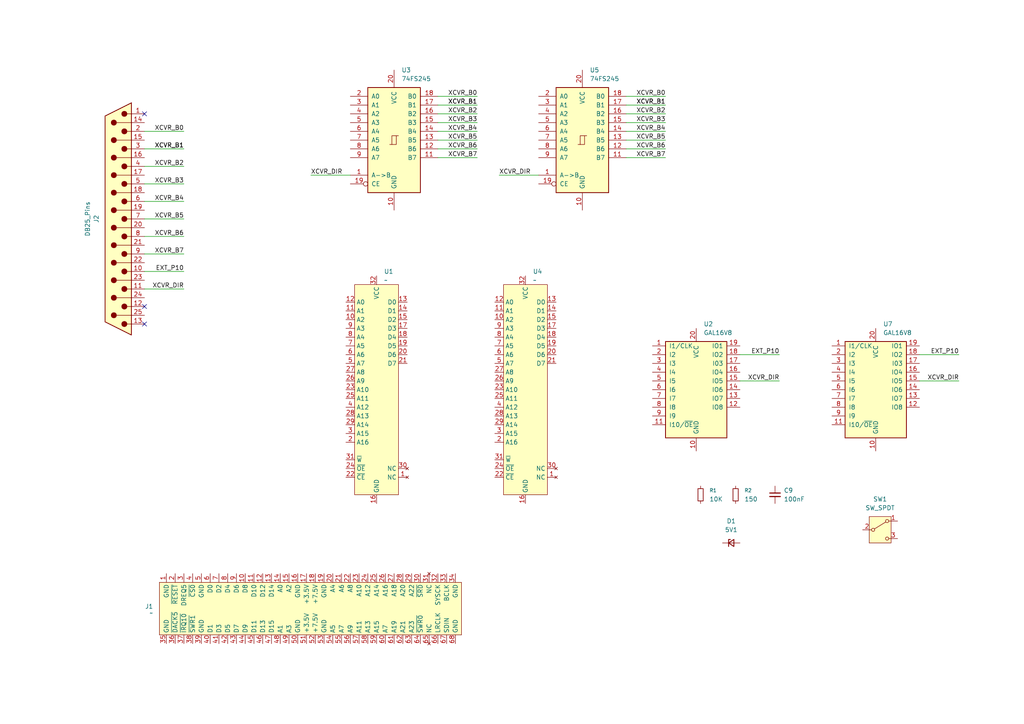
<source format=kicad_sch>
(kicad_sch (version 20250114) (generator "eeschema") (generator_version "9.0")
  (paper "A4")
  (lib_symbols
    (symbol "74xx:74LS245" (pin_names (offset 1.016))
      (property "Reference" "U" (at -7.62 16.51 0))
      (property "Value" "74LS245" (at -7.62 -16.51 0))
      (symbol "74LS245_1_0"
        (polyline (pts (xy -1.27 -1.27) (xy 0.635 -1.27) (xy 0.635 1.27) (xy 1.27 1.27)))
        (polyline (pts (xy -0.635 -1.27) (xy -0.635 1.27) (xy 0.635 1.27)))
        (pin tri_state line (at -12.7 12.7 0) (length 5.08) (name "A0") (number "2"))
        (pin tri_state line (at -12.7 10.16 0) (length 5.08) (name "A1") (number "3"))
        (pin tri_state line (at -12.7 7.62 0) (length 5.08) (name "A2") (number "4"))
        (pin tri_state line (at -12.7 5.08 0) (length 5.08) (name "A3") (number "5"))
        (pin tri_state line (at -12.7 2.54 0) (length 5.08) (name "A4") (number "6"))
        (pin tri_state line (at -12.7 0 0) (length 5.08) (name "A5") (number "7"))
        (pin tri_state line (at -12.7 -2.54 0) (length 5.08) (name "A6") (number "8"))
        (pin tri_state line (at -12.7 -5.08 0) (length 5.08) (name "A7") (number "9"))
        (pin input line (at -12.7 -10.16 0) (length 5.08) (name "A->B") (number "1"))
        (pin input inverted (at -12.7 -12.7 0) (length 5.08) (name "CE") (number "19"))
        (pin power_in line (at 0 20.32 270) (length 5.08) (name "VCC") (number "20"))
        (pin power_in line (at 0 -20.32 90) (length 5.08) (name "GND") (number "10"))
        (pin tri_state line (at 12.7 12.7 180) (length 5.08) (name "B0") (number "18"))
        (pin tri_state line (at 12.7 10.16 180) (length 5.08) (name "B1") (number "17"))
        (pin tri_state line (at 12.7 7.62 180) (length 5.08) (name "B2") (number "16"))
        (pin tri_state line (at 12.7 5.08 180) (length 5.08) (name "B3") (number "15"))
        (pin tri_state line (at 12.7 2.54 180) (length 5.08) (name "B4") (number "14"))
        (pin tri_state line (at 12.7 0 180) (length 5.08) (name "B5") (number "13"))
        (pin tri_state line (at 12.7 -2.54 180) (length 5.08) (name "B6") (number "12"))
        (pin tri_state line (at 12.7 -5.08 180) (length 5.08) (name "B7") (number "11"))
      )
      (symbol "74LS245_1_1"
        (rectangle (start -7.62 15.24) (end 7.62 -15.24) (stroke (width 0.254)) (fill (type background)))
      )
    )
    (symbol "Connector:DB25_Pins" (pin_names (offset 1.016) (hide yes))
      (property "Reference" "J" (at 0 34.29 0))
      (property "Value" "DB25_Pins" (at 0 -34.925 0))
      (symbol "DB25_Pins_0_1"
        (polyline (pts (xy -3.81 30.48) (xy -2.54 30.48)))
        (polyline (pts (xy -3.81 27.94) (xy 0.508 27.94)))
        (polyline (pts (xy -3.81 25.4) (xy -2.54 25.4)))
        (polyline (pts (xy -3.81 22.86) (xy 0.508 22.86)))
        (polyline (pts (xy -3.81 20.32) (xy -2.54 20.32)))
        (polyline (pts (xy -3.81 17.78) (xy 0.508 17.78)))
        (polyline (pts (xy -3.81 15.24) (xy -2.54 15.24)))
        (polyline (pts (xy -3.81 12.7) (xy 0.508 12.7)))
        (polyline (pts (xy -3.81 10.16) (xy -2.54 10.16)))
        (polyline (pts (xy -3.81 7.62) (xy 0.508 7.62)))
        (polyline (pts (xy -3.81 5.08) (xy -2.54 5.08)))
        (polyline (pts (xy -3.81 2.54) (xy 0.508 2.54)))
        (polyline (pts (xy -3.81 0) (xy -2.54 0)))
        (polyline (pts (xy -3.81 -2.54) (xy 0.508 -2.54)))
        (polyline (pts (xy -3.81 -5.08) (xy -2.54 -5.08)))
        (polyline (pts (xy -3.81 -7.62) (xy 0.508 -7.62)))
        (polyline (pts (xy -3.81 -10.16) (xy -2.54 -10.16)))
        (polyline (pts (xy -3.81 -12.7) (xy 0.508 -12.7)))
        (polyline (pts (xy -3.81 -15.24) (xy -2.54 -15.24)))
        (polyline (pts (xy -3.81 -17.78) (xy 0.508 -17.78)))
        (polyline (pts (xy -3.81 -20.32) (xy -2.54 -20.32)))
        (polyline (pts (xy -3.81 -22.86) (xy 0.508 -22.86)))
        (polyline (pts (xy -3.81 -25.4) (xy -2.54 -25.4)))
        (polyline (pts (xy -3.81 -27.94) (xy 0.508 -27.94)))
        (polyline (pts (xy -3.81 -30.48) (xy -2.54 -30.48)))
        (polyline (pts (xy -3.81 -33.655) (xy 3.81 -29.845) (xy 3.81 29.845) (xy -3.81 33.655) (xy -3.81 -33.655)) (stroke (width 0.254)) (fill (type background)))
        (circle (center -1.778 30.48) (radius 0.762) (fill (type outline)))
        (circle (center -1.778 25.4) (radius 0.762) (fill (type outline)))
        (circle (center -1.778 20.32) (radius 0.762) (fill (type outline)))
        (circle (center -1.778 15.24) (radius 0.762) (fill (type outline)))
        (circle (center -1.778 10.16) (radius 0.762) (fill (type outline)))
        (circle (center -1.778 5.08) (radius 0.762) (fill (type outline)))
        (circle (center -1.778 0) (radius 0.762) (fill (type outline)))
        (circle (center -1.778 -5.08) (radius 0.762) (fill (type outline)))
        (circle (center -1.778 -10.16) (radius 0.762) (fill (type outline)))
        (circle (center -1.778 -15.24) (radius 0.762) (fill (type outline)))
        (circle (center -1.778 -20.32) (radius 0.762) (fill (type outline)))
        (circle (center -1.778 -25.4) (radius 0.762) (fill (type outline)))
        (circle (center -1.778 -30.48) (radius 0.762) (fill (type outline)))
        (circle (center 1.27 27.94) (radius 0.762) (fill (type outline)))
        (circle (center 1.27 22.86) (radius 0.762) (fill (type outline)))
        (circle (center 1.27 17.78) (radius 0.762) (fill (type outline)))
        (circle (center 1.27 12.7) (radius 0.762) (fill (type outline)))
        (circle (center 1.27 7.62) (radius 0.762) (fill (type outline)))
        (circle (center 1.27 2.54) (radius 0.762) (fill (type outline)))
        (circle (center 1.27 -2.54) (radius 0.762) (fill (type outline)))
        (circle (center 1.27 -7.62) (radius 0.762) (fill (type outline)))
        (circle (center 1.27 -12.7) (radius 0.762) (fill (type outline)))
        (circle (center 1.27 -17.78) (radius 0.762) (fill (type outline)))
        (circle (center 1.27 -22.86) (radius 0.762) (fill (type outline)))
        (circle (center 1.27 -27.94) (radius 0.762) (fill (type outline)))
      )
      (symbol "DB25_Pins_1_1"
        (pin passive line (at -7.62 30.48 0) (length 3.81) (name "13") (number "13"))
        (pin passive line (at -7.62 27.94 0) (length 3.81) (name "P25") (number "25"))
        (pin passive line (at -7.62 25.4 0) (length 3.81) (name "12") (number "12"))
        (pin passive line (at -7.62 22.86 0) (length 3.81) (name "P24") (number "24"))
        (pin passive line (at -7.62 20.32 0) (length 3.81) (name "11") (number "11"))
        (pin passive line (at -7.62 17.78 0) (length 3.81) (name "P23") (number "23"))
        (pin passive line (at -7.62 15.24 0) (length 3.81) (name "10") (number "10"))
        (pin passive line (at -7.62 12.7 0) (length 3.81) (name "P22") (number "22"))
        (pin passive line (at -7.62 10.16 0) (length 3.81) (name "9") (number "9"))
        (pin passive line (at -7.62 7.62 0) (length 3.81) (name "P21") (number "21"))
        (pin passive line (at -7.62 5.08 0) (length 3.81) (name "8") (number "8"))
        (pin passive line (at -7.62 2.54 0) (length 3.81) (name "P20") (number "20"))
        (pin passive line (at -7.62 0 0) (length 3.81) (name "7") (number "7"))
        (pin passive line (at -7.62 -2.54 0) (length 3.81) (name "P19") (number "19"))
        (pin passive line (at -7.62 -5.08 0) (length 3.81) (name "6") (number "6"))
        (pin passive line (at -7.62 -7.62 0) (length 3.81) (name "P18") (number "18"))
        (pin passive line (at -7.62 -10.16 0) (length 3.81) (name "5") (number "5"))
        (pin passive line (at -7.62 -12.7 0) (length 3.81) (name "P17") (number "17"))
        (pin passive line (at -7.62 -15.24 0) (length 3.81) (name "4") (number "4"))
        (pin passive line (at -7.62 -17.78 0) (length 3.81) (name "P16") (number "16"))
        (pin passive line (at -7.62 -20.32 0) (length 3.81) (name "3") (number "3"))
        (pin passive line (at -7.62 -22.86 0) (length 3.81) (name "P15") (number "15"))
        (pin passive line (at -7.62 -25.4 0) (length 3.81) (name "2") (number "2"))
        (pin passive line (at -7.62 -27.94 0) (length 3.81) (name "P14") (number "14"))
        (pin passive line (at -7.62 -30.48 0) (length 3.81) (name "1") (number "1"))
      )
    )
    (symbol "Device:C_Small" (pin_numbers (hide yes)) (pin_names (offset 0.254) (hide yes))
      (property "Reference" "C" (at 0.254 1.778 0))
      (property "Value" "C_Small" (at 0.254 -2.032 0))
      (symbol "C_Small_0_1"
        (polyline (pts (xy -1.524 0.508) (xy 1.524 0.508)) (stroke (width 0.3048)))
        (polyline (pts (xy -1.524 -0.508) (xy 1.524 -0.508)) (stroke (width 0.3302)))
      )
      (symbol "C_Small_1_1"
        (pin passive line (at 0 2.54 270) (length 2.032) (name "~") (number "1"))
        (pin passive line (at 0 -2.54 90) (length 2.032) (name "~") (number "2"))
      )
    )
    (symbol "Device:D_Zener_Small" (pin_numbers (hide yes)) (pin_names (offset 0.254) (hide yes))
      (property "Reference" "D" (at 0 2.286 0))
      (property "Value" "D_Zener_Small" (at 0 -2.286 0))
      (symbol "D_Zener_Small_0_1"
        (polyline (pts (xy -0.254 1.016) (xy -0.762 1.016) (xy -0.762 -1.016)) (stroke (width 0.254)))
        (polyline (pts (xy 0.762 1.016) (xy -0.762 0) (xy 0.762 -1.016) (xy 0.762 1.016)) (stroke (width 0.254)))
        (polyline (pts (xy 0.762 0) (xy -0.762 0)))
      )
      (symbol "D_Zener_Small_1_1"
        (pin passive line (at -2.54 0 0) (length 1.778) (name "K") (number "1"))
        (pin passive line (at 2.54 0 180) (length 1.778) (name "A") (number "2"))
      )
    )
    (symbol "Device:R_Small" (pin_numbers (hide yes)) (pin_names (offset 0.254) (hide yes))
      (property "Reference" "R" (at 0 0 90))
      (property "Value" "R_Small" (at 1.778 0 90))
      (symbol "R_Small_0_1"
        (rectangle (start -0.762 1.778) (end 0.762 -1.778) (stroke (width 0.2032)))
      )
      (symbol "R_Small_1_1"
        (pin passive line (at 0 2.54 270) (length 0.762) (name "~") (number "1"))
        (pin passive line (at 0 -2.54 90) (length 0.762) (name "~") (number "2"))
      )
    )
    (symbol "Logic_Programmable:GAL16V8" (pin_names (offset 1.016))
      (property "Reference" "U" (at -8.89 16.51 0))
      (property "Value" "GAL16V8" (at 1.27 16.51 0))
      (symbol "GAL16V8_0_0"
        (pin power_in line (at 0 17.78 270) (length 3.81) (name "VCC") (number "20"))
        (pin power_in line (at 0 -17.78 90) (length 3.81) (name "GND") (number "10"))
      )
      (symbol "GAL16V8_0_1"
        (rectangle (start -8.89 13.97) (end 8.89 -13.97) (stroke (width 0.254)) (fill (type background)))
      )
      (symbol "GAL16V8_1_1"
        (pin input line (at -12.7 12.7 0) (length 3.81) (name "I1/CLK") (number "1"))
        (pin input line (at -12.7 10.16 0) (length 3.81) (name "I2") (number "2"))
        (pin input line (at -12.7 7.62 0) (length 3.81) (name "I3") (number "3"))
        (pin input line (at -12.7 5.08 0) (length 3.81) (name "I4") (number "4"))
        (pin input line (at -12.7 2.54 0) (length 3.81) (name "I5") (number "5"))
        (pin input line (at -12.7 0 0) (length 3.81) (name "I6") (number "6"))
        (pin input line (at -12.7 -2.54 0) (length 3.81) (name "I7") (number "7"))
        (pin input line (at -12.7 -5.08 0) (length 3.81) (name "I8") (number "8"))
        (pin input line (at -12.7 -7.62 0) (length 3.81) (name "I9") (number "9"))
        (pin input line (at -12.7 -10.16 0) (length 3.81) (name "I10/~{OE}") (number "11"))
        (pin tri_state line (at 12.7 12.7 180) (length 3.81) (name "IO1") (number "19"))
        (pin tri_state line (at 12.7 10.16 180) (length 3.81) (name "IO2") (number "18"))
        (pin tri_state line (at 12.7 7.62 180) (length 3.81) (name "I03") (number "17"))
        (pin tri_state line (at 12.7 5.08 180) (length 3.81) (name "IO4") (number "16"))
        (pin tri_state line (at 12.7 2.54 180) (length 3.81) (name "IO5") (number "15"))
        (pin tri_state line (at 12.7 0 180) (length 3.81) (name "IO6") (number "14"))
        (pin tri_state line (at 12.7 -2.54 180) (length 3.81) (name "IO7") (number "13"))
        (pin tri_state line (at 12.7 -5.08 180) (length 3.81) (name "IO8") (number "12"))
      )
    )
    (symbol "PR_Symbols:29F010"
      (property "Reference" "U" (at 3.048 28.448 0))
      (symbol "29F010_1_1"
        (rectangle (start -6.35 26.67) (end 6.35 -34.29) (fill (type background)))
        (pin input line (at -8.89 21.59 0) (length 2.54) (name "A0") (number "12"))
        (pin input line (at -8.89 19.05 0) (length 2.54) (name "A1") (number "11"))
        (pin input line (at -8.89 16.51 0) (length 2.54) (name "A2") (number "10"))
        (pin input line (at -8.89 13.97 0) (length 2.54) (name "A3") (number "9"))
        (pin input line (at -8.89 11.43 0) (length 2.54) (name "A4") (number "8"))
        (pin input line (at -8.89 8.89 0) (length 2.54) (name "A5") (number "7"))
        (pin input line (at -8.89 6.35 0) (length 2.54) (name "A6") (number "6"))
        (pin input line (at -8.89 3.81 0) (length 2.54) (name "A7") (number "5"))
        (pin input line (at -8.89 1.27 0) (length 2.54) (name "A8") (number "27"))
        (pin input line (at -8.89 -1.27 0) (length 2.54) (name "A9") (number "26"))
        (pin input line (at -8.89 -3.81 0) (length 2.54) (name "A10") (number "23"))
        (pin input line (at -8.89 -6.35 0) (length 2.54) (name "A11") (number "25"))
        (pin input line (at -8.89 -8.89 0) (length 2.54) (name "A12") (number "4"))
        (pin input line (at -8.89 -11.43 0) (length 2.54) (name "A13") (number "28"))
        (pin input line (at -8.89 -13.97 0) (length 2.54) (name "A14") (number "29"))
        (pin input line (at -8.89 -16.51 0) (length 2.54) (name "A15") (number "3"))
        (pin input line (at -8.89 -19.05 0) (length 2.54) (name "A16") (number "2"))
        (pin input line (at -8.89 -24.13 0) (length 2.54) (name "~{W}") (number "31"))
        (pin input line (at -8.89 -26.67 0) (length 2.54) (name "~{OE}") (number "24"))
        (pin input line (at -8.89 -29.21 0) (length 2.54) (name "~{CE}") (number "22"))
        (pin power_in line (at 0 29.21 270) (length 2.54) (name "VCC") (number "32"))
        (pin power_in line (at 0 -36.83 90) (length 2.54) (name "GND") (number "16"))
        (pin output line (at 8.89 21.59 180) (length 2.54) (name "D0") (number "13"))
        (pin output line (at 8.89 19.05 180) (length 2.54) (name "D1") (number "14"))
        (pin output line (at 8.89 16.51 180) (length 2.54) (name "D2") (number "15"))
        (pin output line (at 8.89 13.97 180) (length 2.54) (name "D3") (number "17"))
        (pin output line (at 8.89 11.43 180) (length 2.54) (name "D4") (number "18"))
        (pin output line (at 8.89 8.89 180) (length 2.54) (name "D5") (number "19"))
        (pin output line (at 8.89 6.35 180) (length 2.54) (name "D6") (number "20"))
        (pin output line (at 8.89 3.81 180) (length 2.54) (name "D7") (number "21"))
        (pin no_connect line (at 8.89 -26.67 180) (length 2.54) (name "NC") (number "30"))
        (pin no_connect line (at 8.89 -29.21 180) (length 2.54) (name "NC") (number "1"))
      )
    )
    (symbol "PR_Symbols:PIO Port"
      (property "Reference" "J" (at 46.482 9.398 0))
      (symbol "PIO Port_1_1"
        (rectangle (start -42.672 7.62) (end 44.958 -7.62) (fill (type background)))
        (pin power_out line (at -40.64 10.16 270) (length 2.54) (name "GND") (number "1"))
        (pin power_out line (at -40.64 -10.16 90) (length 2.54) (name "GND") (number "35"))
        (pin open_collector line (at -38.1 10.16 270) (length 2.54) (name "~{RESET}") (number "2"))
        (pin output line (at -38.1 -10.16 90) (length 2.54) (name "~{DACK5}") (number "36"))
        (pin input line (at -35.56 10.16 270) (length 2.54) (name "DREQ5") (number "3"))
        (pin input line (at -35.56 -10.16 90) (length 2.54) (name "~{IRQ10}") (number "37"))
        (pin output line (at -33.02 10.16 270) (length 2.54) (name "~{CS0}") (number "4"))
        (pin output line (at -33.02 -10.16 90) (length 2.54) (name "~{SWR1}") (number "38"))
        (pin output line (at -30.48 10.16 270) (length 2.54) (name "GND") (number "5"))
        (pin output line (at -30.48 -10.16 90) (length 2.54) (name "GND") (number "39"))
        (pin bidirectional line (at -27.94 10.16 270) (length 2.54) (name "D0") (number "6"))
        (pin bidirectional line (at -27.94 -10.16 90) (length 2.54) (name "D1") (number "40"))
        (pin bidirectional line (at -25.4 10.16 270) (length 2.54) (name "D2") (number "7"))
        (pin bidirectional line (at -25.4 -10.16 90) (length 2.54) (name "D3") (number "41"))
        (pin bidirectional line (at -22.86 10.16 270) (length 2.54) (name "D4") (number "8"))
        (pin bidirectional line (at -22.86 -10.16 90) (length 2.54) (name "D5") (number "42"))
        (pin bidirectional line (at -20.32 10.16 270) (length 2.54) (name "D6") (number "9"))
        (pin bidirectional line (at -20.32 -10.16 90) (length 2.54) (name "D7") (number "43"))
        (pin bidirectional line (at -17.78 10.16 270) (length 2.54) (name "D8") (number "10"))
        (pin bidirectional line (at -17.78 -10.16 90) (length 2.54) (name "D9") (number "44"))
        (pin bidirectional line (at -15.24 10.16 270) (length 2.54) (name "D10") (number "11"))
        (pin bidirectional line (at -15.24 -10.16 90) (length 2.54) (name "D11") (number "45"))
        (pin bidirectional line (at -12.7 10.16 270) (length 2.54) (name "D12") (number "12"))
        (pin bidirectional line (at -12.7 -10.16 90) (length 2.54) (name "D13") (number "46"))
        (pin bidirectional line (at -10.16 10.16 270) (length 2.54) (name "D14") (number "13"))
        (pin bidirectional line (at -10.16 -10.16 90) (length 2.54) (name "D15") (number "47"))
        (pin output line (at -7.62 10.16 270) (length 2.54) (name "A0") (number "14"))
        (pin output line (at -7.62 -10.16 90) (length 2.54) (name "A1") (number "48"))
        (pin output line (at -5.08 10.16 270) (length 2.54) (name "A2") (number "15"))
        (pin output line (at -5.08 -10.16 90) (length 2.54) (name "A3") (number "49"))
        (pin output line (at -2.54 10.16 270) (length 2.54) (name "GND") (number "16"))
        (pin output line (at -2.54 -10.16 90) (length 2.54) (name "GND") (number "50"))
        (pin power_out line (at 0 10.16 270) (length 2.54) (name "+3.5V") (number "17"))
        (pin power_out line (at 0 -10.16 90) (length 2.54) (name "+3.5V") (number "51"))
        (pin power_out line (at 2.54 10.16 270) (length 2.54) (name "+7.5V") (number "18"))
        (pin power_out line (at 2.54 -10.16 90) (length 2.54) (name "+7.5V") (number "52"))
        (pin output line (at 5.08 10.16 270) (length 2.54) (name "GND") (number "19"))
        (pin output line (at 5.08 -10.16 90) (length 2.54) (name "GND") (number "53"))
        (pin output line (at 7.62 10.16 270) (length 2.54) (name "A4") (number "20"))
        (pin output line (at 7.62 -10.16 90) (length 2.54) (name "A5") (number "54"))
        (pin output line (at 10.16 10.16 270) (length 2.54) (name "A6") (number "21"))
        (pin output line (at 10.16 -10.16 90) (length 2.54) (name "A7") (number "55"))
        (pin output line (at 12.7 10.16 270) (length 2.54) (name "A8") (number "22"))
        (pin output line (at 12.7 -10.16 90) (length 2.54) (name "A9") (number "56"))
        (pin output line (at 15.24 10.16 270) (length 2.54) (name "A10") (number "23"))
        (pin output line (at 15.24 -10.16 90) (length 2.54) (name "A11") (number "57"))
        (pin output line (at 17.78 10.16 270) (length 2.54) (name "A12") (number "24"))
        (pin output line (at 17.78 -10.16 90) (length 2.54) (name "A13") (number "58"))
        (pin output line (at 20.32 10.16 270) (length 2.54) (name "A14") (number "25"))
        (pin output line (at 20.32 -10.16 90) (length 2.54) (name "A15") (number "59"))
        (pin output line (at 22.86 10.16 270) (length 2.54) (name "A16") (number "26"))
        (pin output line (at 22.86 -10.16 90) (length 2.54) (name "A7") (number "60"))
        (pin output line (at 25.4 10.16 270) (length 2.54) (name "A18") (number "27"))
        (pin output line (at 25.4 -10.16 90) (length 2.54) (name "A19") (number "61"))
        (pin output line (at 27.94 10.16 270) (length 2.54) (name "A20") (number "28"))
        (pin output line (at 27.94 -10.16 90) (length 2.54) (name "A21") (number "62"))
        (pin output line (at 30.48 10.16 270) (length 2.54) (name "A22") (number "29"))
        (pin output line (at 30.48 -10.16 90) (length 2.54) (name "A23") (number "63"))
        (pin output line (at 33.02 10.16 270) (length 2.54) (name "~{SRD}") (number "30"))
        (pin output line (at 33.02 -10.16 90) (length 2.54) (name "~{SWR0}") (number "64"))
        (pin no_connect line (at 35.56 10.16 270) (length 2.54) (name "NC") (number "31"))
        (pin no_connect line (at 35.56 -10.16 90) (length 2.54) (name "NC") (number "65"))
        (pin output line (at 38.1 10.16 270) (length 2.54) (name "SYSCK") (number "32"))
        (pin output line (at 38.1 -10.16 90) (length 2.54) (name "LRCLK") (number "66"))
        (pin output line (at 40.64 10.16 270) (length 2.54) (name "BCLK") (number "33"))
        (pin input line (at 40.64 -10.16 90) (length 2.54) (name "SDIN") (number "67"))
        (pin power_out line (at 43.18 10.16 270) (length 2.54) (name "GND") (number "34"))
        (pin power_out line (at 43.18 -10.16 90) (length 2.54) (name "GND") (number "68"))
      )
    )
    (symbol "Switch:SW_SPDT" (pin_names (offset 0) (hide yes))
      (property "Reference" "SW" (at 0 5.08 0))
      (property "Value" "SW_SPDT" (at 0 -5.08 0))
      (symbol "SW_SPDT_0_1"
        (circle (center -2.032 0) (radius 0.4572))
        (polyline (pts (xy -1.651 0.254) (xy 1.651 2.286)))
        (circle (center 2.032 2.54) (radius 0.4572))
        (circle (center 2.032 -2.54) (radius 0.4572))
      )
      (symbol "SW_SPDT_1_1"
        (rectangle (start -3.175 3.81) (end 3.175 -3.81) (fill (type background)))
        (pin passive line (at -5.08 0 0) (length 2.54) (name "B") (number "2"))
        (pin passive line (at 5.08 2.54 180) (length 2.54) (name "A") (number "1"))
        (pin passive line (at 5.08 -2.54 180) (length 2.54) (name "C") (number "3"))
      )
    )
  )
  (no_connect (at 41.91 33.02))
  (no_connect (at 41.91 93.98))
  (no_connect (at 41.91 88.9))
  (wire (pts (xy 127 35.56) (xy 138.43 35.56)))
  (wire (pts (xy 41.91 68.58) (xy 53.34 68.58)))
  (wire (pts (xy 127 45.72) (xy 138.43 45.72)))
  (wire (pts (xy 266.7 110.49) (xy 278.13 110.49)))
  (wire (pts (xy 127 40.64) (xy 138.43 40.64)))
  (wire (pts (xy 101.6 50.8) (xy 90.17 50.8)))
  (wire (pts (xy 41.91 83.82) (xy 53.34 83.82)))
  (wire (pts (xy 41.91 73.66) (xy 53.34 73.66)))
  (wire (pts (xy 181.61 30.48) (xy 193.04 30.48)))
  (wire (pts (xy 181.61 35.56) (xy 193.04 35.56)))
  (wire (pts (xy 41.91 58.42) (xy 53.34 58.42)))
  (wire (pts (xy 41.91 43.18) (xy 53.34 43.18)))
  (wire (pts (xy 181.61 43.18) (xy 193.04 43.18)))
  (wire (pts (xy 127 38.1) (xy 138.43 38.1)))
  (wire (pts (xy 41.91 63.5) (xy 53.34 63.5)))
  (wire (pts (xy 214.63 102.87) (xy 226.06 102.87)))
  (wire (pts (xy 41.91 38.1) (xy 53.34 38.1)))
  (wire (pts (xy 181.61 45.72) (xy 193.04 45.72)))
  (wire (pts (xy 127 30.48) (xy 138.43 30.48)))
  (wire (pts (xy 214.63 110.49) (xy 226.06 110.49)))
  (wire (pts (xy 41.91 48.26) (xy 53.34 48.26)))
  (wire (pts (xy 181.61 40.64) (xy 193.04 40.64)))
  (wire (pts (xy 156.21 50.8) (xy 144.78 50.8)))
  (wire (pts (xy 41.91 78.74) (xy 53.34 78.74)))
  (wire (pts (xy 127 43.18) (xy 138.43 43.18)))
  (wire (pts (xy 266.7 102.87) (xy 278.13 102.87)))
  (wire (pts (xy 41.91 53.34) (xy 53.34 53.34)))
  (wire (pts (xy 181.61 27.94) (xy 193.04 27.94)))
  (wire (pts (xy 127 33.02) (xy 138.43 33.02)))
  (wire (pts (xy 127 27.94) (xy 138.43 27.94)))
  (wire (pts (xy 181.61 33.02) (xy 193.04 33.02)))
  (wire (pts (xy 181.61 38.1) (xy 193.04 38.1)))
  (label "EXT_P10" (at 53.34 78.74 180))
  (label "XCVR_B7" (at 193.04 45.72 180))
  (label "XCVR_DIR" (at 90.17 50.8 0))
  (label "EXT_P10" (at 278.13 102.87 180))
  (label "XCVR_B4" (at 53.34 58.42 180))
  (label "XCVR_DIR" (at 53.34 83.82 180))
  (label "XCVR_B0" (at 193.04 27.94 180))
  (label "XCVR_DIR" (at 226.06 110.49 180))
  (label "EXT_P10" (at 226.06 102.87 180))
  (label "XCVR_B3" (at 53.34 53.34 180))
  (label "XCVR_B0" (at 138.43 27.94 180))
  (label "XCVR_B3" (at 138.43 35.56 180))
  (label "XCVR_B6" (at 193.04 43.18 180))
  (label "XCVR_B7" (at 138.43 45.72 180))
  (label "XCVR_B5" (at 53.34 63.5 180))
  (label "XCVR_B2" (at 193.04 33.02 180))
  (label "XCVR_B0" (at 53.34 38.1 180))
  (label "XCVR_B2" (at 138.43 33.02 180))
  (label "XCVR_B5" (at 138.43 40.64 180))
  (label "XCVR_B6" (at 138.43 43.18 180))
  (label "XCVR_B1" (at 193.04 30.48 180))
  (label "XCVR_B1" (at 193.04 30.48 180))
  (label "XCVR_DIR" (at 144.78 50.8 0))
  (label "XCVR_B1" (at 138.43 30.48 180))
  (label "XCVR_B3" (at 193.04 35.56 180))
  (label "XCVR_B1" (at 53.34 43.18 180))
  (label "XCVR_B6" (at 53.34 68.58 180))
  (label "XCVR_B4" (at 138.43 38.1 180))
  (label "XCVR_B7" (at 53.34 73.66 180))
  (label "XCVR_B1" (at 53.34 43.18 180))
  (label "XCVR_B5" (at 193.04 40.64 180))
  (label "XCVR_B1" (at 138.43 30.48 180))
  (label "XCVR_DIR" (at 278.13 110.49 180))
  (label "XCVR_B2" (at 53.34 48.26 180))
  (label "XCVR_B4" (at 193.04 38.1 180))
  (symbol (lib_id "Logic_Programmable:GAL16V8") (at 254 113.03 0) (unit 1)
    (property "Reference" "U7" (at 256.1433 93.98 0) (effects (justify left)))
    (property "Value" "GAL16V8" (at 256.1433 96.52 0) (effects (justify left)))
    (property "Footprint" "PR_Footprints:PLCC-20" (effects (hide yes)))
    (property "Description" "Programmable Logic Array, DIP-20/SOIC-20/PLCC-20" (effects (hide yes)))
  )
  (symbol (lib_id "Device:D_Zener_Small") (at 212.09 157.48 0) (unit 1)
    (property "Reference" "D1" (at 212.09 151.13 0))
    (property "Value" "5V1" (at 212.09 153.67 0))
    (property "Footprint" "PR_Footprints:D_Vertical_KathodeUp" (effects (hide yes)))
    (property "Description" "Zener diode, small symbol" (effects (hide yes)))
  )
  (symbol (lib_id "Logic_Programmable:GAL16V8") (at 201.93 113.03 0) (unit 1)
    (property "Reference" "U2" (at 204.0733 93.98 0) (effects (justify left)))
    (property "Value" "GAL16V8" (at 204.0733 96.52 0) (effects (justify left)))
    (property "Footprint" "Package_DIP:DIP-20_W7.62mm" (effects (hide yes)))
    (property "Description" "Programmable Logic Array, DIP-20/SOIC-20/PLCC-20" (effects (hide yes)))
  )
  (symbol (lib_id "Device:R_Small") (at 213.36 143.51 0) (unit 1)
    (property "Reference" "R2" (at 215.9 142.2399 0) (effects (font (size 1.016 1.016)) (justify left)))
    (property "Value" "150" (at 215.9 144.7799 0) (effects (justify left)))
    (property "Footprint" "Resistor_SMD:R_1206_3216Metric_Pad1.30x1.75mm_HandSolder" (effects (hide yes)))
    (property "Description" "Resistor, small symbol" (effects (hide yes)))
  )
  (symbol (lib_id "Connector:DB25_Pins") (at 34.29 63.5 180) (unit 1)
    (property "Reference" "J2" (at 27.94 63.5 90))
    (property "Value" "DB25_Pins" (at 25.4 63.5 90))
    (property "Footprint" "Connector_Dsub:DSUB-25_Pins_Vertical_P2.77x2.84mm" (effects (hide yes)))
    (property "Description" "25-pin D-SUB connector, pins (male)" (effects (hide yes)))
  )
  (symbol (lib_id "Device:C_Small") (at 224.79 143.51 0) (unit 1)
    (property "Reference" "C9" (at 227.33 142.2462 0) (effects (justify left)))
    (property "Value" "100nF" (at 227.33 144.7862 0) (effects (justify left)))
    (property "Footprint" "Capacitor_SMD:C_1206_3216Metric_Pad1.33x1.80mm_HandSolder" (effects (hide yes)))
    (property "Description" "Unpolarized capacitor, small symbol" (effects (hide yes)))
  )
  (symbol (lib_id "74xx:74LS245") (at 114.3 40.64 0) (unit 1)
    (property "Reference" "U3" (at 116.4433 20.32 0) (effects (justify left)))
    (property "Value" "74FS245" (at 116.4433 22.86 0) (effects (justify left)))
    (property "Footprint" "Package_DIP:DIP-20_W7.62mm" (effects (hide yes)))
    (property "Datasheet" "http://www.ti.com/lit/gpn/sn74LS245" (effects (hide yes)))
    (property "Description" "Octal BUS Transceivers, 3-State outputs" (effects (hide yes)))
  )
  (symbol (lib_id "Device:R_Small") (at 203.2 143.51 0) (unit 1)
    (property "Reference" "R1" (at 205.74 142.2399 0) (effects (font (size 1.016 1.016)) (justify left)))
    (property "Value" "10K" (at 205.74 144.7799 0) (effects (justify left)))
    (property "Footprint" "Resistor_SMD:R_1206_3216Metric_Pad1.30x1.75mm_HandSolder" (effects (hide yes)))
    (property "Description" "Resistor, small symbol" (effects (hide yes)))
  )
  (symbol (lib_id "PR_Symbols:29F010") (at 109.22 109.22 0) (unit 1)
    (property "Reference" "U1" (at 111.3633 78.74 0) (effects (justify left)))
    (property "Value" "~" (at 111.3633 81.28 0) (effects (justify left)))
    (property "Footprint" "Package_DIP:DIP-32_W15.24mm" (effects (hide yes)))
  )
  (symbol (lib_id "PR_Symbols:29F010") (at 152.4 109.22 0) (unit 1)
    (property "Reference" "U4" (at 154.5433 78.74 0) (effects (justify left)))
    (property "Value" "~" (at 154.5433 81.28 0) (effects (justify left)))
    (property "Footprint" "PR_Footprints:PLCC-32" (effects (hide yes)))
  )
  (symbol (lib_id "PR_Symbols:PIO Port") (at 88.9 176.53 0) (unit 1)
    (property "Reference" "J1" (at 44.45 175.8949 0) (effects (justify right)))
    (property "Value" "~" (at 44.45 177.8 0) (effects (justify right)))
    (property "Footprint" "PR_Footprints:PIO_Connector" (effects (hide yes)))
  )
  (symbol (lib_id "Switch:SW_SPDT") (at 255.27 153.67 0) (unit 1)
    (property "Reference" "SW1" (at 255.27 144.78 0))
    (property "Value" "SW_SPDT" (at 255.27 147.32 0))
    (property "Footprint" "PR_Footprints:SPDT_Switch" (effects (hide yes)))
    (property "Description" "Switch, single pole double throw" (effects (hide yes)))
  )
  (symbol (lib_id "74xx:74LS245") (at 168.91 40.64 0) (unit 1)
    (property "Reference" "U5" (at 171.0533 20.32 0) (effects (justify left)))
    (property "Value" "74FS245" (at 171.0533 22.86 0) (effects (justify left)))
    (property "Footprint" "PR_Footprints:SOP-20" (effects (hide yes)))
    (property "Datasheet" "http://www.ti.com/lit/gpn/sn74LS245" (effects (hide yes)))
    (property "Description" "Octal BUS Transceivers, 3-State outputs" (effects (hide yes)))
  )
)
</source>
